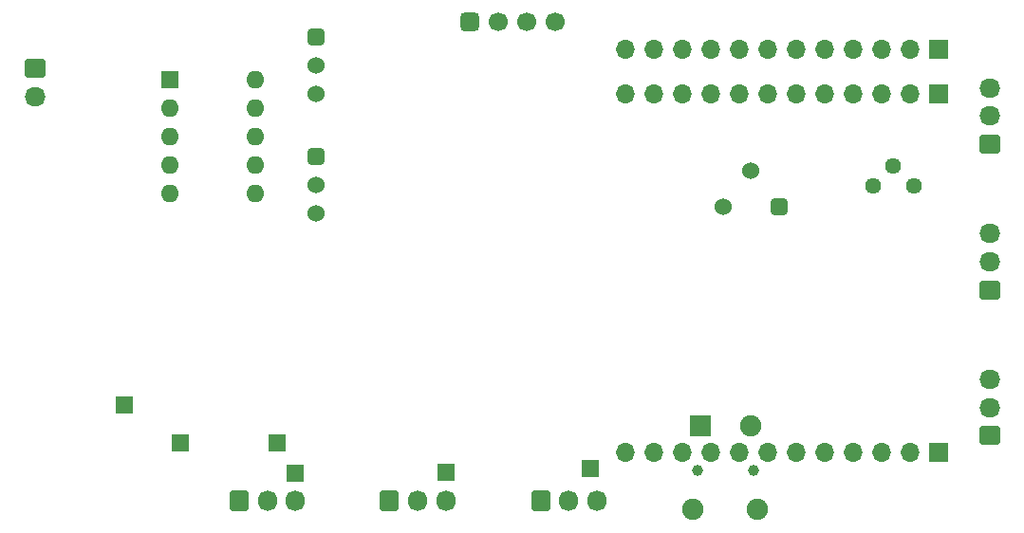
<source format=gbr>
%TF.GenerationSoftware,KiCad,Pcbnew,(6.0.11)*%
%TF.CreationDate,2024-02-29T08:25:03+09:00*%
%TF.ProjectId,Mother_UI,4d6f7468-6572-45f5-9549-2e6b69636164,rev?*%
%TF.SameCoordinates,Original*%
%TF.FileFunction,Soldermask,Bot*%
%TF.FilePolarity,Negative*%
%FSLAX46Y46*%
G04 Gerber Fmt 4.6, Leading zero omitted, Abs format (unit mm)*
G04 Created by KiCad (PCBNEW (6.0.11)) date 2024-02-29 08:25:03*
%MOMM*%
%LPD*%
G01*
G04 APERTURE LIST*
G04 Aperture macros list*
%AMRoundRect*
0 Rectangle with rounded corners*
0 $1 Rounding radius*
0 $2 $3 $4 $5 $6 $7 $8 $9 X,Y pos of 4 corners*
0 Add a 4 corners polygon primitive as box body*
4,1,4,$2,$3,$4,$5,$6,$7,$8,$9,$2,$3,0*
0 Add four circle primitives for the rounded corners*
1,1,$1+$1,$2,$3*
1,1,$1+$1,$4,$5*
1,1,$1+$1,$6,$7*
1,1,$1+$1,$8,$9*
0 Add four rect primitives between the rounded corners*
20,1,$1+$1,$2,$3,$4,$5,0*
20,1,$1+$1,$4,$5,$6,$7,0*
20,1,$1+$1,$6,$7,$8,$9,0*
20,1,$1+$1,$8,$9,$2,$3,0*%
G04 Aperture macros list end*
%ADD10RoundRect,0.381000X-0.381000X0.381000X-0.381000X-0.381000X0.381000X-0.381000X0.381000X0.381000X0*%
%ADD11C,1.524000*%
%ADD12RoundRect,0.250000X0.675000X-0.600000X0.675000X0.600000X-0.675000X0.600000X-0.675000X-0.600000X0*%
%ADD13O,1.850000X1.700000*%
%ADD14RoundRect,0.425000X-0.425000X-0.425000X0.425000X-0.425000X0.425000X0.425000X-0.425000X0.425000X0*%
%ADD15C,1.700000*%
%ADD16RoundRect,0.381000X-0.381000X-0.381000X0.381000X-0.381000X0.381000X0.381000X-0.381000X0.381000X0*%
%ADD17RoundRect,0.250000X-0.600000X-0.675000X0.600000X-0.675000X0.600000X0.675000X-0.600000X0.675000X0*%
%ADD18O,1.700000X1.850000*%
%ADD19C,1.000000*%
%ADD20R,1.900000X1.900000*%
%ADD21C,1.900000*%
%ADD22C,1.440000*%
%ADD23RoundRect,0.250000X-0.675000X0.600000X-0.675000X-0.600000X0.675000X-0.600000X0.675000X0.600000X0*%
%ADD24R,1.600000X1.600000*%
%ADD25O,1.600000X1.600000*%
%ADD26R,1.700000X1.700000*%
%ADD27O,1.700000X1.700000*%
%ADD28R,1.500000X1.500000*%
G04 APERTURE END LIST*
D10*
%TO.C,SW7*%
X155160000Y-96040000D03*
D11*
X152660000Y-92840000D03*
X150160000Y-96040000D03*
%TD*%
D12*
%TO.C,J7*%
X173950000Y-116450000D03*
D13*
X173950000Y-113950000D03*
X173950000Y-111450000D03*
%TD*%
D14*
%TO.C,U1*%
X127540000Y-79565000D03*
D15*
X130080000Y-79565000D03*
X132620000Y-79565000D03*
X135160000Y-79565000D03*
%TD*%
D12*
%TO.C,J6*%
X173950000Y-103450000D03*
D13*
X173950000Y-100950000D03*
X173950000Y-98450000D03*
%TD*%
D16*
%TO.C,SW2*%
X113810000Y-80920000D03*
D11*
X113810000Y-83460000D03*
X113810000Y-86000000D03*
%TD*%
D17*
%TO.C,J2*%
X107000000Y-122300000D03*
D18*
X109500000Y-122300000D03*
X112000000Y-122300000D03*
%TD*%
D19*
%TO.C,J8*%
X152850000Y-119580000D03*
X147850000Y-119580000D03*
D20*
X148100000Y-115580000D03*
D21*
X152600000Y-115580000D03*
X153250000Y-123080000D03*
X147450000Y-123080000D03*
%TD*%
D17*
%TO.C,J3*%
X120400000Y-122300000D03*
D18*
X122900000Y-122300000D03*
X125400000Y-122300000D03*
%TD*%
D22*
%TO.C,RV1*%
X163553950Y-94190000D03*
X165350000Y-92393950D03*
X167146050Y-94190000D03*
%TD*%
D12*
%TO.C,J5*%
X173950000Y-90450000D03*
D13*
X173950000Y-87950000D03*
X173950000Y-85450000D03*
%TD*%
D23*
%TO.C,J1*%
X88750000Y-83700000D03*
D13*
X88750000Y-86200000D03*
%TD*%
D17*
%TO.C,J4*%
X133900000Y-122300000D03*
D18*
X136400000Y-122300000D03*
X138900000Y-122300000D03*
%TD*%
D24*
%TO.C,SW1*%
X100770000Y-84725000D03*
D25*
X100770000Y-87265000D03*
X100770000Y-89805000D03*
X100770000Y-92345000D03*
X100770000Y-94885000D03*
X108390000Y-94885000D03*
X108390000Y-92345000D03*
X108390000Y-89805000D03*
X108390000Y-87265000D03*
X108390000Y-84725000D03*
%TD*%
D16*
%TO.C,SW5*%
X113810000Y-91549000D03*
D11*
X113810000Y-94089000D03*
X113810000Y-96629000D03*
%TD*%
D26*
%TO.C,J10*%
X169350000Y-85950000D03*
D27*
X166810000Y-85950000D03*
X164270000Y-85950000D03*
X161730000Y-85950000D03*
X159190000Y-85950000D03*
X156650000Y-85950000D03*
X154110000Y-85950000D03*
X151570000Y-85950000D03*
X149030000Y-85950000D03*
X146490000Y-85950000D03*
X143950000Y-85950000D03*
X141410000Y-85950000D03*
%TD*%
D28*
%TO.C,H6*%
X125430000Y-119770000D03*
%TD*%
%TO.C,H3*%
X110400000Y-117150000D03*
%TD*%
%TO.C,H5*%
X112000000Y-119800000D03*
%TD*%
%TO.C,H7*%
X138270000Y-119440000D03*
%TD*%
%TO.C,H2*%
X101700000Y-117150000D03*
%TD*%
D26*
%TO.C,J9*%
X169350000Y-81950000D03*
D27*
X166810000Y-81950000D03*
X164270000Y-81950000D03*
X161730000Y-81950000D03*
X159190000Y-81950000D03*
X156650000Y-81950000D03*
X154110000Y-81950000D03*
X151570000Y-81950000D03*
X149030000Y-81950000D03*
X146490000Y-81950000D03*
X143950000Y-81950000D03*
X141410000Y-81950000D03*
%TD*%
D26*
%TO.C,J11*%
X169350000Y-117950000D03*
D27*
X166810000Y-117950000D03*
X164270000Y-117950000D03*
X161730000Y-117950000D03*
X159190000Y-117950000D03*
X156650000Y-117950000D03*
X154110000Y-117950000D03*
X151570000Y-117950000D03*
X149030000Y-117950000D03*
X146490000Y-117950000D03*
X143950000Y-117950000D03*
X141410000Y-117950000D03*
%TD*%
D28*
%TO.C,H1*%
X96700000Y-113750000D03*
%TD*%
M02*

</source>
